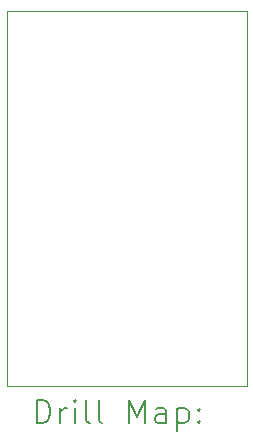
<source format=gbr>
%TF.GenerationSoftware,KiCad,Pcbnew,7.0.7*%
%TF.CreationDate,2023-10-16T22:20:13-07:00*%
%TF.ProjectId,DeploymentBoardV2.0,4465706c-6f79-46d6-956e-74426f617264,rev?*%
%TF.SameCoordinates,Original*%
%TF.FileFunction,Drillmap*%
%TF.FilePolarity,Positive*%
%FSLAX45Y45*%
G04 Gerber Fmt 4.5, Leading zero omitted, Abs format (unit mm)*
G04 Created by KiCad (PCBNEW 7.0.7) date 2023-10-16 22:20:13*
%MOMM*%
%LPD*%
G01*
G04 APERTURE LIST*
%ADD10C,0.100000*%
%ADD11C,0.200000*%
G04 APERTURE END LIST*
D10*
X2540000Y-2540000D02*
X4572000Y-2540000D01*
X4572000Y-5715000D01*
X2540000Y-5715000D01*
X2540000Y-2540000D01*
D11*
X2795777Y-6031484D02*
X2795777Y-5831484D01*
X2795777Y-5831484D02*
X2843396Y-5831484D01*
X2843396Y-5831484D02*
X2871967Y-5841008D01*
X2871967Y-5841008D02*
X2891015Y-5860055D01*
X2891015Y-5860055D02*
X2900539Y-5879103D01*
X2900539Y-5879103D02*
X2910062Y-5917198D01*
X2910062Y-5917198D02*
X2910062Y-5945769D01*
X2910062Y-5945769D02*
X2900539Y-5983865D01*
X2900539Y-5983865D02*
X2891015Y-6002912D01*
X2891015Y-6002912D02*
X2871967Y-6021960D01*
X2871967Y-6021960D02*
X2843396Y-6031484D01*
X2843396Y-6031484D02*
X2795777Y-6031484D01*
X2995777Y-6031484D02*
X2995777Y-5898150D01*
X2995777Y-5936246D02*
X3005301Y-5917198D01*
X3005301Y-5917198D02*
X3014824Y-5907674D01*
X3014824Y-5907674D02*
X3033872Y-5898150D01*
X3033872Y-5898150D02*
X3052920Y-5898150D01*
X3119586Y-6031484D02*
X3119586Y-5898150D01*
X3119586Y-5831484D02*
X3110062Y-5841008D01*
X3110062Y-5841008D02*
X3119586Y-5850531D01*
X3119586Y-5850531D02*
X3129110Y-5841008D01*
X3129110Y-5841008D02*
X3119586Y-5831484D01*
X3119586Y-5831484D02*
X3119586Y-5850531D01*
X3243396Y-6031484D02*
X3224348Y-6021960D01*
X3224348Y-6021960D02*
X3214824Y-6002912D01*
X3214824Y-6002912D02*
X3214824Y-5831484D01*
X3348158Y-6031484D02*
X3329110Y-6021960D01*
X3329110Y-6021960D02*
X3319586Y-6002912D01*
X3319586Y-6002912D02*
X3319586Y-5831484D01*
X3576729Y-6031484D02*
X3576729Y-5831484D01*
X3576729Y-5831484D02*
X3643396Y-5974341D01*
X3643396Y-5974341D02*
X3710062Y-5831484D01*
X3710062Y-5831484D02*
X3710062Y-6031484D01*
X3891015Y-6031484D02*
X3891015Y-5926722D01*
X3891015Y-5926722D02*
X3881491Y-5907674D01*
X3881491Y-5907674D02*
X3862443Y-5898150D01*
X3862443Y-5898150D02*
X3824348Y-5898150D01*
X3824348Y-5898150D02*
X3805301Y-5907674D01*
X3891015Y-6021960D02*
X3871967Y-6031484D01*
X3871967Y-6031484D02*
X3824348Y-6031484D01*
X3824348Y-6031484D02*
X3805301Y-6021960D01*
X3805301Y-6021960D02*
X3795777Y-6002912D01*
X3795777Y-6002912D02*
X3795777Y-5983865D01*
X3795777Y-5983865D02*
X3805301Y-5964817D01*
X3805301Y-5964817D02*
X3824348Y-5955293D01*
X3824348Y-5955293D02*
X3871967Y-5955293D01*
X3871967Y-5955293D02*
X3891015Y-5945769D01*
X3986253Y-5898150D02*
X3986253Y-6098150D01*
X3986253Y-5907674D02*
X4005301Y-5898150D01*
X4005301Y-5898150D02*
X4043396Y-5898150D01*
X4043396Y-5898150D02*
X4062443Y-5907674D01*
X4062443Y-5907674D02*
X4071967Y-5917198D01*
X4071967Y-5917198D02*
X4081491Y-5936246D01*
X4081491Y-5936246D02*
X4081491Y-5993388D01*
X4081491Y-5993388D02*
X4071967Y-6012436D01*
X4071967Y-6012436D02*
X4062443Y-6021960D01*
X4062443Y-6021960D02*
X4043396Y-6031484D01*
X4043396Y-6031484D02*
X4005301Y-6031484D01*
X4005301Y-6031484D02*
X3986253Y-6021960D01*
X4167205Y-6012436D02*
X4176729Y-6021960D01*
X4176729Y-6021960D02*
X4167205Y-6031484D01*
X4167205Y-6031484D02*
X4157682Y-6021960D01*
X4157682Y-6021960D02*
X4167205Y-6012436D01*
X4167205Y-6012436D02*
X4167205Y-6031484D01*
X4167205Y-5907674D02*
X4176729Y-5917198D01*
X4176729Y-5917198D02*
X4167205Y-5926722D01*
X4167205Y-5926722D02*
X4157682Y-5917198D01*
X4157682Y-5917198D02*
X4167205Y-5907674D01*
X4167205Y-5907674D02*
X4167205Y-5926722D01*
M02*

</source>
